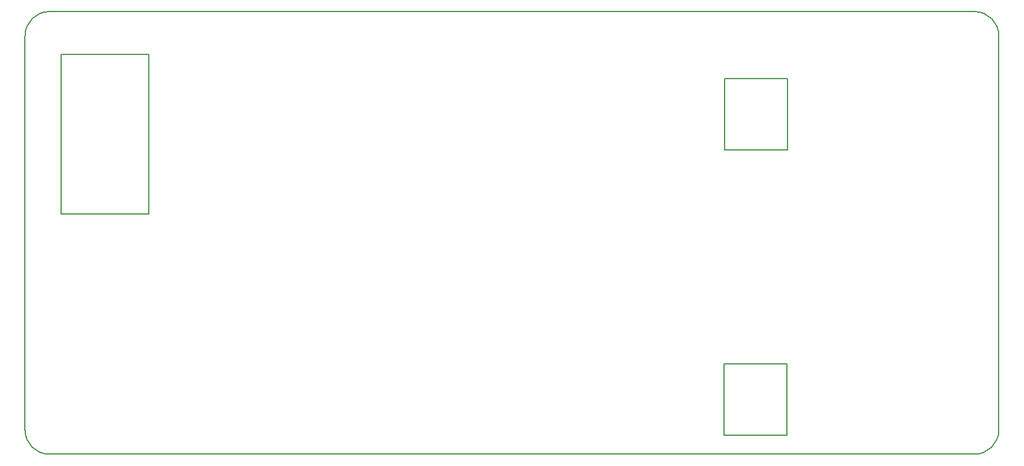
<source format=gko>
G04*
G04 #@! TF.GenerationSoftware,Altium Limited,Altium Designer,21.2.1 (34)*
G04*
G04 Layer_Color=16711935*
%FSLAX25Y25*%
%MOIN*%
G70*
G04*
G04 #@! TF.SameCoordinates,AD134648-67B5-4B84-B7A5-465A691CB966*
G04*
G04*
G04 #@! TF.FilePolarity,Positive*
G04*
G01*
G75*
%ADD11C,0.00787*%
D11*
X13287Y244094D02*
G03*
X0Y230807I0J-13287D01*
G01*
X-0Y13287D02*
G03*
X13287Y0I13287J0D01*
G01*
X523327Y0D02*
G03*
X536614Y13287I0J13287D01*
G01*
Y230807D02*
G03*
X523327Y244094I-13287J0D01*
G01*
X19685Y132382D02*
Y220472D01*
X68307D01*
Y132382D02*
Y220472D01*
X19685Y132382D02*
X68307Y132382D01*
X-0Y132382D02*
Y230807D01*
X13287Y244094D02*
X81595Y244094D01*
X523327Y244094D01*
X13287Y0D02*
X523327Y0D01*
X-0Y13287D02*
X-0Y132382D01*
X536614Y13287D02*
X536614Y230807D01*
X385236Y49902D02*
X419685D01*
X385236Y10531D02*
Y49902D01*
Y10531D02*
X419685D01*
Y49902D01*
X385630Y167913D02*
Y207283D01*
X420079D01*
Y167913D02*
Y207283D01*
X385630Y167913D02*
X420079D01*
M02*

</source>
